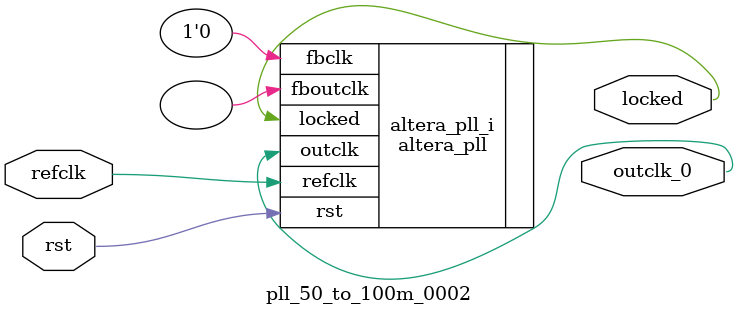
<source format=v>
`timescale 1ns/10ps
module  pll_50_to_100m_0002(

	// interface 'refclk'
	input wire refclk,

	// interface 'reset'
	input wire rst,

	// interface 'outclk0'
	output wire outclk_0,

	// interface 'locked'
	output wire locked
);

	altera_pll #(
		.fractional_vco_multiplier("false"),
		.reference_clock_frequency("50.0 MHz"),
		.operation_mode("direct"),
		.number_of_clocks(1),
		.output_clock_frequency0("100.000000 MHz"),
		.phase_shift0("0 ps"),
		.duty_cycle0(50),
		.output_clock_frequency1("0 MHz"),
		.phase_shift1("0 ps"),
		.duty_cycle1(50),
		.output_clock_frequency2("0 MHz"),
		.phase_shift2("0 ps"),
		.duty_cycle2(50),
		.output_clock_frequency3("0 MHz"),
		.phase_shift3("0 ps"),
		.duty_cycle3(50),
		.output_clock_frequency4("0 MHz"),
		.phase_shift4("0 ps"),
		.duty_cycle4(50),
		.output_clock_frequency5("0 MHz"),
		.phase_shift5("0 ps"),
		.duty_cycle5(50),
		.output_clock_frequency6("0 MHz"),
		.phase_shift6("0 ps"),
		.duty_cycle6(50),
		.output_clock_frequency7("0 MHz"),
		.phase_shift7("0 ps"),
		.duty_cycle7(50),
		.output_clock_frequency8("0 MHz"),
		.phase_shift8("0 ps"),
		.duty_cycle8(50),
		.output_clock_frequency9("0 MHz"),
		.phase_shift9("0 ps"),
		.duty_cycle9(50),
		.output_clock_frequency10("0 MHz"),
		.phase_shift10("0 ps"),
		.duty_cycle10(50),
		.output_clock_frequency11("0 MHz"),
		.phase_shift11("0 ps"),
		.duty_cycle11(50),
		.output_clock_frequency12("0 MHz"),
		.phase_shift12("0 ps"),
		.duty_cycle12(50),
		.output_clock_frequency13("0 MHz"),
		.phase_shift13("0 ps"),
		.duty_cycle13(50),
		.output_clock_frequency14("0 MHz"),
		.phase_shift14("0 ps"),
		.duty_cycle14(50),
		.output_clock_frequency15("0 MHz"),
		.phase_shift15("0 ps"),
		.duty_cycle15(50),
		.output_clock_frequency16("0 MHz"),
		.phase_shift16("0 ps"),
		.duty_cycle16(50),
		.output_clock_frequency17("0 MHz"),
		.phase_shift17("0 ps"),
		.duty_cycle17(50),
		.pll_type("General"),
		.pll_subtype("General")
	) altera_pll_i (
		.rst	(rst),
		.outclk	({outclk_0}),
		.locked	(locked),
		.fboutclk	( ),
		.fbclk	(1'b0),
		.refclk	(refclk)
	);
endmodule


</source>
